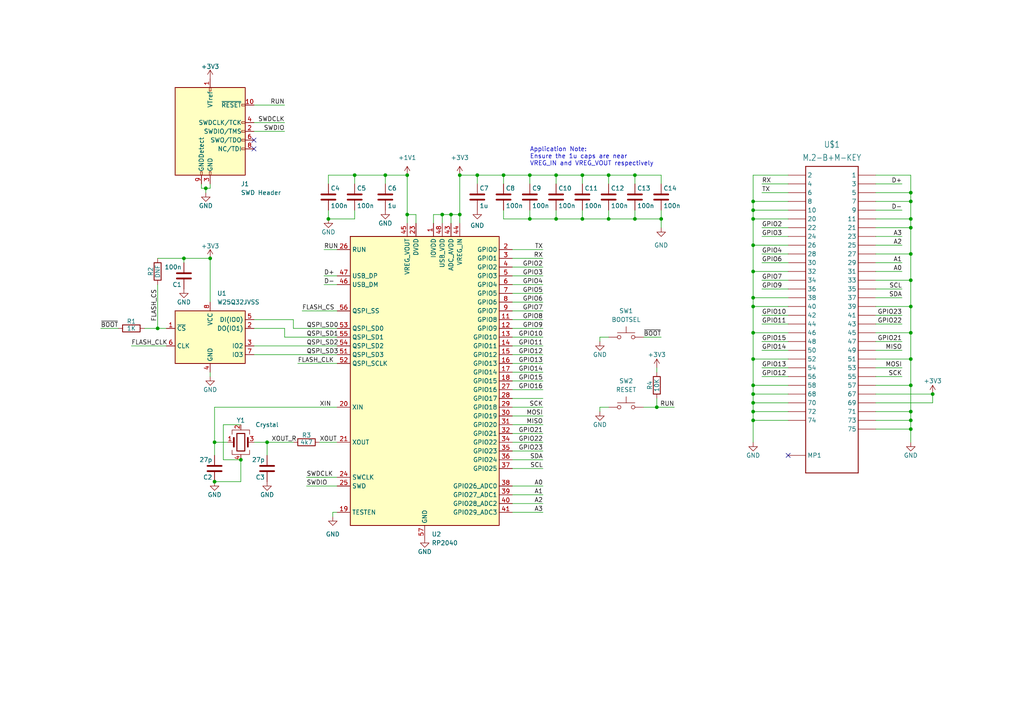
<source format=kicad_sch>
(kicad_sch (version 20230121) (generator eeschema)
  (paper "A4")
  (lib_symbols
    (symbol "Connector:Conn_ARM_JTAG_SWD_10" (pin_names (offset 1.016))
      (property "Reference" "J" (at -2.54 16.51 0))
      (property "Value" "Conn_ARM_JTAG_SWD_10" (at -2.54 13.97 0))
      (symbol "Conn_ARM_JTAG_SWD_10_0_1"
        (rectangle (start -10.16 12.7) (end 10.16 -12.7) (stroke (width 0.254)) (fill (type background)))
        (rectangle (start -2.794 -12.7) (end -2.286 -11.684))
        (rectangle (start -0.254 -12.7) (end 0.254 -11.684))
        (rectangle (start -0.254 12.7) (end 0.254 11.684))
        (rectangle (start 9.144 2.286) (end 10.16 2.794))
        (rectangle (start 10.16 -2.794) (end 9.144 -2.286))
        (rectangle (start 10.16 -0.254) (end 9.144 0.254))
        (rectangle (start 10.16 7.874) (end 9.144 7.366))
      )
      (symbol "Conn_ARM_JTAG_SWD_10_1_1"
        (rectangle (start 9.144 -5.334) (end 10.16 -4.826))
        (pin power_in line (at 0 15.24 270) (length 2.54) (name "VTref") (number "1"))
        (pin open_collector line (at 12.7 7.62 180) (length 2.54) (name "~{RESET}") (number "10"))
        (pin bidirectional line (at 12.7 0 180) (length 2.54) (name "SWDIO/TMS") (number "2"))
        (pin power_in line (at 0 -15.24 90) (length 2.54) (name "GND") (number "3"))
        (pin output line (at 12.7 2.54 180) (length 2.54) (name "SWDCLK/TCK") (number "4"))
        (pin passive line (at 0 -15.24 90) (length 2.54) hide (name "GND") (number "5"))
        (pin input line (at 12.7 -2.54 180) (length 2.54) (name "SWO/TDO") (number "6"))
        (pin no_connect line (at -10.16 0 0) (length 2.54) hide (name "KEY") (number "7"))
        (pin output line (at 12.7 -5.08 180) (length 2.54) (name "NC/TDI") (number "8"))
        (pin passive line (at -2.54 -15.24 90) (length 2.54) (name "GNDDetect") (number "9"))
      )
    )
    (symbol "Device:C" (pin_numbers hide) (pin_names (offset 0.254))
      (property "Reference" "C" (at 0.635 2.54 0))
      (property "Value" "C" (at 0.635 -2.54 0))
      (symbol "C_0_1"
        (polyline (pts (xy -2.032 -0.762) (xy 2.032 -0.762)) (stroke (width 0.508)))
        (polyline (pts (xy -2.032 0.762) (xy 2.032 0.762)) (stroke (width 0.508)))
      )
      (symbol "C_1_1"
        (pin passive line (at 0 3.81 270) (length 2.794) (name "~") (number "1"))
        (pin passive line (at 0 -3.81 90) (length 2.794) (name "~") (number "2"))
      )
    )
    (symbol "Device:Crystal_GND24" (pin_names (offset 1.016) hide)
      (property "Reference" "Y" (at 3.175 5.08 0))
      (property "Value" "Crystal_GND24" (at 3.175 3.175 0))
      (symbol "Crystal_GND24_0_1"
        (rectangle (start -1.143 2.54) (end 1.143 -2.54) (stroke (width 0.3048)))
        (polyline (pts (xy -2.54 0) (xy -2.032 0)))
        (polyline (pts (xy -2.032 -1.27) (xy -2.032 1.27)) (stroke (width 0.508)))
        (polyline (pts (xy 0 -3.81) (xy 0 -3.556)))
        (polyline (pts (xy 0 3.556) (xy 0 3.81)))
        (polyline (pts (xy 2.032 -1.27) (xy 2.032 1.27)) (stroke (width 0.508)))
        (polyline (pts (xy 2.032 0) (xy 2.54 0)))
        (polyline (pts (xy -2.54 -2.286) (xy -2.54 -3.556) (xy 2.54 -3.556) (xy 2.54 -2.286)))
        (polyline (pts (xy -2.54 2.286) (xy -2.54 3.556) (xy 2.54 3.556) (xy 2.54 2.286)))
      )
      (symbol "Crystal_GND24_1_1"
        (pin passive line (at -3.81 0 0) (length 1.27) (name "1") (number "1"))
        (pin passive line (at 0 5.08 270) (length 1.27) (name "2") (number "2"))
        (pin passive line (at 3.81 0 180) (length 1.27) (name "3") (number "3"))
        (pin passive line (at 0 -5.08 90) (length 1.27) (name "4") (number "4"))
      )
    )
    (symbol "Device:R" (pin_numbers hide) (pin_names (offset 0))
      (property "Reference" "R" (at 2.032 0 90))
      (property "Value" "R" (at 0 0 90))
      (symbol "R_0_1"
        (rectangle (start -1.016 -2.54) (end 1.016 2.54) (stroke (width 0.254)))
      )
      (symbol "R_1_1"
        (pin passive line (at 0 3.81 270) (length 1.27) (name "~") (number "1"))
        (pin passive line (at 0 -3.81 90) (length 1.27) (name "~") (number "2"))
      )
    )
    (symbol "M.2-Templates-eagle-import:M.2-B+M-KEY"
      (property "Value" "M.2-B+M-KEY" (at 8.89 93.98 0))
      (symbol "M.2-B+M-KEY_1_0"
        (polyline (pts (xy 0 0) (xy 0 88.9)) (stroke (width 0.254)))
        (polyline (pts (xy 0 0) (xy 15.24 0)) (stroke (width 0.254)))
        (polyline (pts (xy 15.24 88.9) (xy 0 88.9)) (stroke (width 0.254)))
        (polyline (pts (xy 15.24 88.9) (xy 15.24 0)) (stroke (width 0.254)))
        (pin bidirectional line (at -5.08 5.08 0) (length 5.08) (name "MP1") (number "MOUNTING-HOLE"))
        (pin bidirectional line (at 20.32 86.36 180) (length 5.08) (name "1") (number "P$1"))
        (pin bidirectional line (at -5.08 76.2 0) (length 5.08) (name "10") (number "P$10"))
        (pin bidirectional line (at 20.32 73.66 180) (length 5.08) (name "11") (number "P$11"))
        (pin bidirectional line (at -5.08 86.36 0) (length 5.08) (name "2") (number "P$2"))
        (pin bidirectional line (at -5.08 73.66 0) (length 5.08) (name "20") (number "P$20"))
        (pin bidirectional line (at 20.32 71.12 180) (length 5.08) (name "21") (number "P$21"))
        (pin bidirectional line (at -5.08 71.12 0) (length 5.08) (name "22") (number "P$22"))
        (pin bidirectional line (at 20.32 68.58 180) (length 5.08) (name "23") (number "P$23"))
        (pin bidirectional line (at -5.08 68.58 0) (length 5.08) (name "24") (number "P$24"))
        (pin bidirectional line (at 20.32 66.04 180) (length 5.08) (name "25") (number "P$25"))
        (pin bidirectional line (at -5.08 66.04 0) (length 5.08) (name "26") (number "P$26"))
        (pin bidirectional line (at 20.32 63.5 180) (length 5.08) (name "27") (number "P$27"))
        (pin bidirectional line (at -5.08 63.5 0) (length 5.08) (name "28") (number "P$28"))
        (pin bidirectional line (at 20.32 60.96 180) (length 5.08) (name "29") (number "P$29"))
        (pin bidirectional line (at 20.32 83.82 180) (length 5.08) (name "3") (number "P$3"))
        (pin bidirectional line (at -5.08 60.96 0) (length 5.08) (name "30") (number "P$30"))
        (pin bidirectional line (at 20.32 58.42 180) (length 5.08) (name "31") (number "P$31"))
        (pin bidirectional line (at -5.08 58.42 0) (length 5.08) (name "32") (number "P$32"))
        (pin bidirectional line (at 20.32 55.88 180) (length 5.08) (name "33") (number "P$33"))
        (pin bidirectional line (at -5.08 55.88 0) (length 5.08) (name "34") (number "P$34"))
        (pin bidirectional line (at 20.32 53.34 180) (length 5.08) (name "35") (number "P$35"))
        (pin bidirectional line (at -5.08 53.34 0) (length 5.08) (name "36") (number "P$36"))
        (pin bidirectional line (at 20.32 50.8 180) (length 5.08) (name "37") (number "P$37"))
        (pin bidirectional line (at -5.08 50.8 0) (length 5.08) (name "38") (number "P$38"))
        (pin bidirectional line (at 20.32 48.26 180) (length 5.08) (name "39") (number "P$39"))
        (pin bidirectional line (at -5.08 83.82 0) (length 5.08) (name "4") (number "P$4"))
        (pin bidirectional line (at -5.08 48.26 0) (length 5.08) (name "40") (number "P$40"))
        (pin bidirectional line (at 20.32 45.72 180) (length 5.08) (name "41") (number "P$41"))
        (pin bidirectional line (at -5.08 45.72 0) (length 5.08) (name "42") (number "P$42"))
        (pin bidirectional line (at 20.32 43.18 180) (length 5.08) (name "43") (number "P$43"))
        (pin bidirectional line (at -5.08 43.18 0) (length 5.08) (name "44") (number "P$44"))
        (pin bidirectional line (at 20.32 40.64 180) (length 5.08) (name "45") (number "P$45"))
        (pin bidirectional line (at -5.08 40.64 0) (length 5.08) (name "46") (number "P$46"))
        (pin bidirectional line (at 20.32 38.1 180) (length 5.08) (name "47") (number "P$47"))
        (pin bidirectional line (at -5.08 38.1 0) (length 5.08) (name "48") (number "P$48"))
        (pin bidirectional line (at 20.32 35.56 180) (length 5.08) (name "49") (number "P$49"))
        (pin bidirectional line (at 20.32 81.28 180) (length 5.08) (name "5") (number "P$5"))
        (pin bidirectional line (at -5.08 35.56 0) (length 5.08) (name "50") (number "P$50"))
        (pin bidirectional line (at 20.32 33.02 180) (length 5.08) (name "51") (number "P$51"))
        (pin bidirectional line (at -5.08 33.02 0) (length 5.08) (name "52") (number "P$52"))
        (pin bidirectional line (at 20.32 30.48 180) (length 5.08) (name "53") (number "P$53"))
        (pin bidirectional line (at -5.08 30.48 0) (length 5.08) (name "54") (number "P$54"))
        (pin bidirectional line (at 20.32 27.94 180) (length 5.08) (name "55") (number "P$55"))
        (pin bidirectional line (at -5.08 27.94 0) (length 5.08) (name "56") (number "P$56"))
        (pin bidirectional line (at 20.32 25.4 180) (length 5.08) (name "57") (number "P$57"))
        (pin bidirectional line (at -5.08 25.4 0) (length 5.08) (name "58") (number "P$58"))
        (pin bidirectional line (at -5.08 81.28 0) (length 5.08) (name "6") (number "P$6"))
        (pin bidirectional line (at 20.32 22.86 180) (length 5.08) (name "67") (number "P$67"))
        (pin bidirectional line (at -5.08 22.86 0) (length 5.08) (name "68") (number "P$68"))
        (pin bidirectional line (at 20.32 20.32 180) (length 5.08) (name "69") (number "P$69"))
        (pin bidirectional line (at 20.32 78.74 180) (length 5.08) (name "7") (number "P$7"))
        (pin bidirectional line (at -5.08 20.32 0) (length 5.08) (name "70") (number "P$70"))
        (pin bidirectional line (at 20.32 17.78 180) (length 5.08) (name "71") (number "P$71"))
        (pin bidirectional line (at -5.08 17.78 0) (length 5.08) (name "72") (number "P$72"))
        (pin bidirectional line (at 20.32 15.24 180) (length 5.08) (name "73") (number "P$73"))
        (pin bidirectional line (at -5.08 15.24 0) (length 5.08) (name "74") (number "P$74"))
        (pin bidirectional line (at 20.32 12.7 180) (length 5.08) (name "75") (number "P$75"))
        (pin bidirectional line (at -5.08 78.74 0) (length 5.08) (name "8") (number "P$8"))
        (pin bidirectional line (at 20.32 76.2 180) (length 5.08) (name "9") (number "P$9"))
      )
    )
    (symbol "MCU_RaspberryPi:RP2040"
      (property "Reference" "U" (at 17.78 45.72 0))
      (property "Value" "RP2040" (at 17.78 43.18 0))
      (symbol "RP2040_0_1"
        (rectangle (start -21.59 41.91) (end 21.59 -41.91) (stroke (width 0.254)) (fill (type background)))
      )
      (symbol "RP2040_1_1"
        (pin power_in line (at 2.54 45.72 270) (length 3.81) (name "IOVDD") (number "1"))
        (pin passive line (at 2.54 45.72 270) (length 3.81) hide (name "IOVDD") (number "10"))
        (pin bidirectional line (at 25.4 17.78 180) (length 3.81) (name "GPIO8") (number "11"))
        (pin bidirectional line (at 25.4 15.24 180) (length 3.81) (name "GPIO9") (number "12"))
        (pin bidirectional line (at 25.4 12.7 180) (length 3.81) (name "GPIO10") (number "13"))
        (pin bidirectional line (at 25.4 10.16 180) (length 3.81) (name "GPIO11") (number "14"))
        (pin bidirectional line (at 25.4 7.62 180) (length 3.81) (name "GPIO12") (number "15"))
        (pin bidirectional line (at 25.4 5.08 180) (length 3.81) (name "GPIO13") (number "16"))
        (pin bidirectional line (at 25.4 2.54 180) (length 3.81) (name "GPIO14") (number "17"))
        (pin bidirectional line (at 25.4 0 180) (length 3.81) (name "GPIO15") (number "18"))
        (pin input line (at -25.4 -38.1 0) (length 3.81) (name "TESTEN") (number "19"))
        (pin bidirectional line (at 25.4 38.1 180) (length 3.81) (name "GPIO0") (number "2"))
        (pin input line (at -25.4 -7.62 0) (length 3.81) (name "XIN") (number "20"))
        (pin passive line (at -25.4 -17.78 0) (length 3.81) (name "XOUT") (number "21"))
        (pin passive line (at 2.54 45.72 270) (length 3.81) hide (name "IOVDD") (number "22"))
        (pin power_in line (at -2.54 45.72 270) (length 3.81) (name "DVDD") (number "23"))
        (pin output line (at -25.4 -27.94 0) (length 3.81) (name "SWCLK") (number "24"))
        (pin bidirectional line (at -25.4 -30.48 0) (length 3.81) (name "SWD") (number "25"))
        (pin input line (at -25.4 38.1 0) (length 3.81) (name "RUN") (number "26"))
        (pin bidirectional line (at 25.4 -2.54 180) (length 3.81) (name "GPIO16") (number "27"))
        (pin bidirectional line (at 25.4 -5.08 180) (length 3.81) (name "GPIO17") (number "28"))
        (pin bidirectional line (at 25.4 -7.62 180) (length 3.81) (name "GPIO18") (number "29"))
        (pin bidirectional line (at 25.4 35.56 180) (length 3.81) (name "GPIO1") (number "3"))
        (pin bidirectional line (at 25.4 -10.16 180) (length 3.81) (name "GPIO19") (number "30"))
        (pin bidirectional line (at 25.4 -12.7 180) (length 3.81) (name "GPIO20") (number "31"))
        (pin bidirectional line (at 25.4 -15.24 180) (length 3.81) (name "GPIO21") (number "32"))
        (pin passive line (at 2.54 45.72 270) (length 3.81) hide (name "IOVDD") (number "33"))
        (pin bidirectional line (at 25.4 -17.78 180) (length 3.81) (name "GPIO22") (number "34"))
        (pin bidirectional line (at 25.4 -20.32 180) (length 3.81) (name "GPIO23") (number "35"))
        (pin bidirectional line (at 25.4 -22.86 180) (length 3.81) (name "GPIO24") (number "36"))
        (pin bidirectional line (at 25.4 -25.4 180) (length 3.81) (name "GPIO25") (number "37"))
        (pin bidirectional line (at 25.4 -30.48 180) (length 3.81) (name "GPIO26_ADC0") (number "38"))
        (pin bidirectional line (at 25.4 -33.02 180) (length 3.81) (name "GPIO27_ADC1") (number "39"))
        (pin bidirectional line (at 25.4 33.02 180) (length 3.81) (name "GPIO2") (number "4"))
        (pin bidirectional line (at 25.4 -35.56 180) (length 3.81) (name "GPIO28_ADC2") (number "40"))
        (pin bidirectional line (at 25.4 -38.1 180) (length 3.81) (name "GPIO29_ADC3") (number "41"))
        (pin passive line (at 2.54 45.72 270) (length 3.81) hide (name "IOVDD") (number "42"))
        (pin power_in line (at 7.62 45.72 270) (length 3.81) (name "ADC_AVDD") (number "43"))
        (pin power_in line (at 10.16 45.72 270) (length 3.81) (name "VREG_IN") (number "44"))
        (pin power_out line (at -5.08 45.72 270) (length 3.81) (name "VREG_VOUT") (number "45"))
        (pin bidirectional line (at -25.4 27.94 0) (length 3.81) (name "USB_DM") (number "46"))
        (pin bidirectional line (at -25.4 30.48 0) (length 3.81) (name "USB_DP") (number "47"))
        (pin power_in line (at 5.08 45.72 270) (length 3.81) (name "USB_VDD") (number "48"))
        (pin passive line (at 2.54 45.72 270) (length 3.81) hide (name "IOVDD") (number "49"))
        (pin bidirectional line (at 25.4 30.48 180) (length 3.81) (name "GPIO3") (number "5"))
        (pin passive line (at -2.54 45.72 270) (length 3.81) hide (name "DVDD") (number "50"))
        (pin bidirectional line (at -25.4 7.62 0) (length 3.81) (name "QSPI_SD3") (number "51"))
        (pin output line (at -25.4 5.08 0) (length 3.81) (name "QSPI_SCLK") (number "52"))
        (pin bidirectional line (at -25.4 15.24 0) (length 3.81) (name "QSPI_SD0") (number "53"))
        (pin bidirectional line (at -25.4 10.16 0) (length 3.81) (name "QSPI_SD2") (number "54"))
        (pin bidirectional line (at -25.4 12.7 0) (length 3.81) (name "QSPI_SD1") (number "55"))
        (pin bidirectional line (at -25.4 20.32 0) (length 3.81) (name "QSPI_SS") (number "56"))
        (pin power_in line (at 0 -45.72 90) (length 3.81) (name "GND") (number "57"))
        (pin bidirectional line (at 25.4 27.94 180) (length 3.81) (name "GPIO4") (number "6"))
        (pin bidirectional line (at 25.4 25.4 180) (length 3.81) (name "GPIO5") (number "7"))
        (pin bidirectional line (at 25.4 22.86 180) (length 3.81) (name "GPIO6") (number "8"))
        (pin bidirectional line (at 25.4 20.32 180) (length 3.81) (name "GPIO7") (number "9"))
      )
    )
    (symbol "Memory_Flash:W25Q32JVSS"
      (property "Reference" "U" (at -8.89 8.89 0))
      (property "Value" "W25Q32JVSS" (at 7.62 8.89 0))
      (symbol "W25Q32JVSS_0_1"
        (rectangle (start -10.16 7.62) (end 10.16 -7.62) (stroke (width 0.254)) (fill (type background)))
      )
      (symbol "W25Q32JVSS_1_1"
        (pin input line (at -12.7 2.54 0) (length 2.54) (name "~{CS}") (number "1"))
        (pin bidirectional line (at 12.7 2.54 180) (length 2.54) (name "DO(IO1)") (number "2"))
        (pin bidirectional line (at 12.7 -2.54 180) (length 2.54) (name "IO2") (number "3"))
        (pin power_in line (at 0 -10.16 90) (length 2.54) (name "GND") (number "4"))
        (pin bidirectional line (at 12.7 5.08 180) (length 2.54) (name "DI(IO0)") (number "5"))
        (pin input line (at -12.7 -2.54 0) (length 2.54) (name "CLK") (number "6"))
        (pin bidirectional line (at 12.7 -5.08 180) (length 2.54) (name "IO3") (number "7"))
        (pin power_in line (at 0 10.16 270) (length 2.54) (name "VCC") (number "8"))
      )
    )
    (symbol "Switch:SW_Push" (pin_numbers hide) (pin_names (offset 1.016) hide)
      (property "Reference" "SW" (at 1.27 2.54 0))
      (property "Value" "SW_Push" (at 0 -1.524 0))
      (symbol "SW_Push_0_1"
        (circle (center -2.032 0) (radius 0.508))
        (polyline (pts (xy 0 1.27) (xy 0 3.048)))
        (polyline (pts (xy 2.54 1.27) (xy -2.54 1.27)))
        (circle (center 2.032 0) (radius 0.508))
        (pin passive line (at -5.08 0 0) (length 2.54) (name "1") (number "1"))
        (pin passive line (at 5.08 0 180) (length 2.54) (name "2") (number "2"))
      )
    )
    (symbol "power:+1V1" (power) (pin_names (offset 0))
      (property "Value" "+1V1" (at 0 3.556 0))
      (symbol "+1V1_0_1"
        (polyline (pts (xy -0.762 1.27) (xy 0 2.54)))
        (polyline (pts (xy 0 0) (xy 0 2.54)))
        (polyline (pts (xy 0 2.54) (xy 0.762 1.27)))
      )
      (symbol "+1V1_1_1"
        (pin power_in line (at 0 0 90) (length 0) hide (name "+1V1") (number "1"))
      )
    )
    (symbol "power:+3V3" (power) (pin_names (offset 0))
      (property "Value" "+3V3" (at 0 3.556 0))
      (symbol "+3V3_0_1"
        (polyline (pts (xy -0.762 1.27) (xy 0 2.54)))
        (polyline (pts (xy 0 0) (xy 0 2.54)))
        (polyline (pts (xy 0 2.54) (xy 0.762 1.27)))
      )
      (symbol "+3V3_1_1"
        (pin power_in line (at 0 0 90) (length 0) hide (name "+3V3") (number "1"))
      )
    )
    (symbol "power:GND" (power) (pin_names (offset 0))
      (property "Value" "GND" (at 0 -3.81 0))
      (symbol "GND_0_1"
        (polyline (pts (xy 0 0) (xy 0 -1.27) (xy 1.27 -1.27) (xy 0 -2.54) (xy -1.27 -1.27) (xy 0 -1.27)))
      )
      (symbol "GND_1_1"
        (pin power_in line (at 0 0 270) (length 0) hide (name "GND") (number "1"))
      )
    )
  )
  (junction (at 146.05 50.8))
  (junction (at 118.11 50.8))
  (junction (at 264.16 111.76))
  (junction (at 218.44 88.9))
  (junction (at 218.44 116.84))
  (junction (at 62.23 128.27))
  (junction (at 264.16 66.04))
  (junction (at 176.53 50.8))
  (junction (at 218.44 96.52))
  (junction (at 264.16 55.88))
  (junction (at 77.47 128.27))
  (junction (at 264.16 124.46))
  (junction (at 153.67 63.5))
  (junction (at 264.16 81.28))
  (junction (at 218.44 58.42))
  (junction (at 133.35 62.23))
  (junction (at 218.44 104.14))
  (junction (at 184.15 50.8))
  (junction (at 218.44 78.74))
  (junction (at 69.85 133.35))
  (junction (at 190.5 118.11))
  (junction (at 168.91 50.8))
  (junction (at 153.67 50.8))
  (junction (at 218.44 60.96))
  (junction (at 218.44 63.5))
  (junction (at 138.43 50.8))
  (junction (at 59.69 54.61))
  (junction (at 270.51 114.3))
  (junction (at 128.27 62.23))
  (junction (at 184.15 63.5))
  (junction (at 130.81 62.23))
  (junction (at 60.96 74.93))
  (junction (at 191.77 63.5))
  (junction (at 218.44 111.76))
  (junction (at 53.34 74.93))
  (junction (at 264.16 96.52))
  (junction (at 161.29 50.8))
  (junction (at 218.44 114.3))
  (junction (at 168.91 63.5))
  (junction (at 264.16 119.38))
  (junction (at 264.16 63.5))
  (junction (at 264.16 121.92))
  (junction (at 102.87 50.8))
  (junction (at 218.44 86.36))
  (junction (at 45.72 95.25))
  (junction (at 111.76 50.8))
  (junction (at 118.11 62.23))
  (junction (at 264.16 58.42))
  (junction (at 161.29 63.5))
  (junction (at 62.23 139.7))
  (junction (at 218.44 121.92))
  (junction (at 264.16 73.66))
  (junction (at 218.44 119.38))
  (junction (at 264.16 104.14))
  (junction (at 176.53 63.5))
  (junction (at 218.44 71.12))
  (junction (at 133.35 50.8))
  (junction (at 95.25 63.5))
  (junction (at 264.16 88.9))
  (no_connect (at 228.6 132.08))
  (no_connect (at 73.66 40.64))
  (no_connect (at 73.66 43.18))
  (wire (pts (xy 218.44 116.84) (xy 218.44 119.38)))
  (wire (pts (xy 220.98 73.66) (xy 228.6 73.66)))
  (wire (pts (xy 95.25 60.96) (xy 95.25 63.5)))
  (wire (pts (xy 176.53 50.8) (xy 184.15 50.8)))
  (wire (pts (xy 45.72 74.93) (xy 53.34 74.93)))
  (wire (pts (xy 148.59 140.97) (xy 157.48 140.97)))
  (wire (pts (xy 53.34 74.93) (xy 53.34 76.2)))
  (wire (pts (xy 270.51 116.84) (xy 270.51 114.3)))
  (wire (pts (xy 148.59 130.81) (xy 157.48 130.81)))
  (wire (pts (xy 186.69 118.11) (xy 190.5 118.11)))
  (wire (pts (xy 228.6 88.9) (xy 218.44 88.9)))
  (wire (pts (xy 254 66.04) (xy 264.16 66.04)))
  (wire (pts (xy 184.15 60.96) (xy 184.15 63.5)))
  (wire (pts (xy 218.44 116.84) (xy 228.6 116.84)))
  (wire (pts (xy 148.59 87.63) (xy 157.48 87.63)))
  (wire (pts (xy 161.29 63.5) (xy 168.91 63.5)))
  (wire (pts (xy 264.16 124.46) (xy 264.16 128.27)))
  (wire (pts (xy 228.6 91.44) (xy 220.98 91.44)))
  (wire (pts (xy 148.59 110.49) (xy 157.48 110.49)))
  (wire (pts (xy 190.5 118.11) (xy 195.58 118.11)))
  (wire (pts (xy 128.27 62.23) (xy 130.81 62.23)))
  (wire (pts (xy 60.96 74.93) (xy 60.96 87.63)))
  (wire (pts (xy 59.69 54.61) (xy 58.42 54.61)))
  (wire (pts (xy 148.59 107.95) (xy 157.48 107.95)))
  (wire (pts (xy 73.66 92.71) (xy 85.09 92.71)))
  (wire (pts (xy 176.53 50.8) (xy 176.53 53.34)))
  (wire (pts (xy 254 71.12) (xy 261.62 71.12)))
  (wire (pts (xy 264.16 88.9) (xy 264.16 81.28)))
  (wire (pts (xy 218.44 58.42) (xy 228.6 58.42)))
  (wire (pts (xy 60.96 74.93) (xy 53.34 74.93)))
  (wire (pts (xy 218.44 86.36) (xy 218.44 88.9)))
  (wire (pts (xy 173.99 119.38) (xy 173.99 118.11)))
  (wire (pts (xy 148.59 115.57) (xy 157.48 115.57)))
  (wire (pts (xy 148.59 82.55) (xy 157.48 82.55)))
  (wire (pts (xy 254 114.3) (xy 270.51 114.3)))
  (wire (pts (xy 228.6 93.98) (xy 220.98 93.98)))
  (wire (pts (xy 264.16 111.76) (xy 264.16 119.38)))
  (wire (pts (xy 168.91 50.8) (xy 176.53 50.8)))
  (wire (pts (xy 191.77 50.8) (xy 191.77 53.34)))
  (wire (pts (xy 254 99.06) (xy 261.62 99.06)))
  (wire (pts (xy 191.77 60.96) (xy 191.77 63.5)))
  (wire (pts (xy 218.44 60.96) (xy 218.44 63.5)))
  (wire (pts (xy 218.44 50.8) (xy 228.6 50.8)))
  (wire (pts (xy 148.59 133.35) (xy 157.48 133.35)))
  (wire (pts (xy 218.44 121.92) (xy 218.44 128.27)))
  (wire (pts (xy 64.77 123.19) (xy 64.77 133.35)))
  (wire (pts (xy 254 88.9) (xy 264.16 88.9)))
  (wire (pts (xy 148.59 135.89) (xy 157.48 135.89)))
  (wire (pts (xy 148.59 80.01) (xy 157.48 80.01)))
  (wire (pts (xy 148.59 85.09) (xy 157.48 85.09)))
  (wire (pts (xy 146.05 63.5) (xy 153.67 63.5)))
  (wire (pts (xy 254 116.84) (xy 270.51 116.84)))
  (wire (pts (xy 254 93.98) (xy 261.62 93.98)))
  (wire (pts (xy 148.59 128.27) (xy 157.48 128.27)))
  (wire (pts (xy 62.23 128.27) (xy 62.23 132.08)))
  (wire (pts (xy 173.99 99.06) (xy 173.99 97.79)))
  (wire (pts (xy 254 101.6) (xy 261.62 101.6)))
  (wire (pts (xy 73.66 35.56) (xy 82.55 35.56)))
  (wire (pts (xy 148.59 77.47) (xy 157.48 77.47)))
  (wire (pts (xy 111.76 50.8) (xy 118.11 50.8)))
  (wire (pts (xy 254 63.5) (xy 264.16 63.5)))
  (wire (pts (xy 148.59 72.39) (xy 157.48 72.39)))
  (wire (pts (xy 153.67 50.8) (xy 153.67 53.34)))
  (wire (pts (xy 130.81 62.23) (xy 130.81 64.77)))
  (wire (pts (xy 60.96 107.95) (xy 60.96 109.22)))
  (wire (pts (xy 228.6 83.82) (xy 220.98 83.82)))
  (wire (pts (xy 62.23 118.11) (xy 62.23 128.27)))
  (wire (pts (xy 254 53.34) (xy 261.62 53.34)))
  (wire (pts (xy 146.05 53.34) (xy 146.05 50.8)))
  (wire (pts (xy 191.77 63.5) (xy 191.77 66.04)))
  (wire (pts (xy 264.16 63.5) (xy 264.16 66.04)))
  (wire (pts (xy 133.35 62.23) (xy 133.35 64.77)))
  (wire (pts (xy 120.65 62.23) (xy 120.65 64.77)))
  (wire (pts (xy 133.35 50.8) (xy 138.43 50.8)))
  (wire (pts (xy 218.44 104.14) (xy 218.44 96.52)))
  (wire (pts (xy 148.59 74.93) (xy 157.48 74.93)))
  (wire (pts (xy 45.72 95.25) (xy 48.26 95.25)))
  (wire (pts (xy 184.15 50.8) (xy 184.15 53.34)))
  (wire (pts (xy 264.16 81.28) (xy 264.16 73.66)))
  (wire (pts (xy 218.44 50.8) (xy 218.44 58.42)))
  (wire (pts (xy 95.25 63.5) (xy 102.87 63.5)))
  (wire (pts (xy 264.16 50.8) (xy 264.16 55.88)))
  (wire (pts (xy 254 91.44) (xy 261.62 91.44)))
  (wire (pts (xy 88.9 138.43) (xy 97.79 138.43)))
  (wire (pts (xy 85.09 92.71) (xy 85.09 95.25)))
  (wire (pts (xy 86.36 105.41) (xy 97.79 105.41)))
  (wire (pts (xy 254 121.92) (xy 264.16 121.92)))
  (wire (pts (xy 228.6 104.14) (xy 218.44 104.14)))
  (wire (pts (xy 218.44 119.38) (xy 218.44 121.92)))
  (wire (pts (xy 58.42 54.61) (xy 58.42 53.34)))
  (wire (pts (xy 218.44 78.74) (xy 228.6 78.74)))
  (wire (pts (xy 93.98 80.01) (xy 97.79 80.01)))
  (wire (pts (xy 173.99 97.79) (xy 176.53 97.79)))
  (wire (pts (xy 77.47 128.27) (xy 77.47 132.08)))
  (wire (pts (xy 228.6 76.2) (xy 220.98 76.2)))
  (wire (pts (xy 146.05 50.8) (xy 153.67 50.8)))
  (wire (pts (xy 62.23 139.7) (xy 69.85 139.7)))
  (wire (pts (xy 264.16 73.66) (xy 264.16 66.04)))
  (wire (pts (xy 102.87 50.8) (xy 102.87 53.34)))
  (wire (pts (xy 264.16 96.52) (xy 264.16 88.9)))
  (wire (pts (xy 148.59 97.79) (xy 157.48 97.79)))
  (wire (pts (xy 148.59 125.73) (xy 157.48 125.73)))
  (wire (pts (xy 148.59 100.33) (xy 157.48 100.33)))
  (wire (pts (xy 254 124.46) (xy 264.16 124.46)))
  (wire (pts (xy 218.44 63.5) (xy 218.44 71.12)))
  (wire (pts (xy 218.44 111.76) (xy 218.44 104.14)))
  (wire (pts (xy 73.66 38.1) (xy 82.55 38.1)))
  (wire (pts (xy 148.59 113.03) (xy 157.48 113.03)))
  (wire (pts (xy 168.91 60.96) (xy 168.91 63.5)))
  (wire (pts (xy 264.16 121.92) (xy 264.16 124.46)))
  (wire (pts (xy 264.16 104.14) (xy 264.16 96.52)))
  (wire (pts (xy 186.69 97.79) (xy 191.77 97.79)))
  (wire (pts (xy 111.76 50.8) (xy 111.76 53.34)))
  (wire (pts (xy 254 104.14) (xy 264.16 104.14)))
  (wire (pts (xy 254 76.2) (xy 261.62 76.2)))
  (wire (pts (xy 95.25 50.8) (xy 102.87 50.8)))
  (wire (pts (xy 64.77 123.19) (xy 69.85 123.19)))
  (wire (pts (xy 97.79 118.11) (xy 62.23 118.11)))
  (wire (pts (xy 254 55.88) (xy 264.16 55.88)))
  (wire (pts (xy 218.44 114.3) (xy 228.6 114.3)))
  (wire (pts (xy 102.87 50.8) (xy 111.76 50.8)))
  (wire (pts (xy 254 106.68) (xy 261.62 106.68)))
  (wire (pts (xy 254 50.8) (xy 264.16 50.8)))
  (wire (pts (xy 95.25 50.8) (xy 95.25 53.34)))
  (wire (pts (xy 264.16 111.76) (xy 264.16 104.14)))
  (wire (pts (xy 254 78.74) (xy 261.62 78.74)))
  (wire (pts (xy 146.05 60.96) (xy 146.05 63.5)))
  (wire (pts (xy 118.11 62.23) (xy 120.65 62.23)))
  (wire (pts (xy 161.29 50.8) (xy 161.29 53.34)))
  (wire (pts (xy 254 60.96) (xy 261.62 60.96)))
  (wire (pts (xy 254 96.52) (xy 264.16 96.52)))
  (wire (pts (xy 218.44 60.96) (xy 228.6 60.96)))
  (wire (pts (xy 254 81.28) (xy 264.16 81.28)))
  (wire (pts (xy 148.59 95.25) (xy 157.48 95.25)))
  (wire (pts (xy 218.44 114.3) (xy 218.44 116.84)))
  (wire (pts (xy 85.09 95.25) (xy 97.79 95.25)))
  (wire (pts (xy 93.98 72.39) (xy 97.79 72.39)))
  (wire (pts (xy 228.6 101.6) (xy 220.98 101.6)))
  (wire (pts (xy 218.44 96.52) (xy 218.44 88.9)))
  (wire (pts (xy 264.16 119.38) (xy 264.16 121.92)))
  (wire (pts (xy 254 58.42) (xy 264.16 58.42)))
  (wire (pts (xy 218.44 78.74) (xy 218.44 86.36)))
  (wire (pts (xy 254 68.58) (xy 261.62 68.58)))
  (wire (pts (xy 96.52 148.59) (xy 97.79 148.59)))
  (wire (pts (xy 64.77 133.35) (xy 69.85 133.35)))
  (wire (pts (xy 92.71 128.27) (xy 97.79 128.27)))
  (wire (pts (xy 87.63 90.17) (xy 97.79 90.17)))
  (wire (pts (xy 45.72 82.55) (xy 45.72 95.25)))
  (wire (pts (xy 264.16 58.42) (xy 264.16 63.5)))
  (wire (pts (xy 254 119.38) (xy 264.16 119.38)))
  (wire (pts (xy 148.59 143.51) (xy 157.48 143.51)))
  (wire (pts (xy 88.9 140.97) (xy 97.79 140.97)))
  (wire (pts (xy 138.43 50.8) (xy 146.05 50.8)))
  (wire (pts (xy 161.29 50.8) (xy 168.91 50.8)))
  (wire (pts (xy 148.59 92.71) (xy 157.48 92.71)))
  (wire (pts (xy 218.44 71.12) (xy 228.6 71.12)))
  (wire (pts (xy 148.59 105.41) (xy 157.48 105.41)))
  (wire (pts (xy 161.29 60.96) (xy 161.29 63.5)))
  (wire (pts (xy 220.98 55.88) (xy 228.6 55.88)))
  (wire (pts (xy 190.5 115.57) (xy 190.5 118.11)))
  (wire (pts (xy 59.69 55.88) (xy 59.69 54.61)))
  (wire (pts (xy 254 73.66) (xy 264.16 73.66)))
  (wire (pts (xy 148.59 148.59) (xy 157.48 148.59)))
  (wire (pts (xy 218.44 58.42) (xy 218.44 60.96)))
  (wire (pts (xy 220.98 81.28) (xy 228.6 81.28)))
  (wire (pts (xy 118.11 64.77) (xy 118.11 62.23)))
  (wire (pts (xy 254 111.76) (xy 264.16 111.76)))
  (wire (pts (xy 228.6 111.76) (xy 218.44 111.76)))
  (wire (pts (xy 176.53 60.96) (xy 176.53 63.5)))
  (wire (pts (xy 73.66 128.27) (xy 77.47 128.27)))
  (wire (pts (xy 173.99 118.11) (xy 176.53 118.11)))
  (wire (pts (xy 264.16 55.88) (xy 264.16 58.42)))
  (wire (pts (xy 73.66 30.48) (xy 82.55 30.48)))
  (wire (pts (xy 148.59 118.11) (xy 157.48 118.11)))
  (wire (pts (xy 176.53 63.5) (xy 184.15 63.5)))
  (wire (pts (xy 218.44 71.12) (xy 218.44 78.74)))
  (wire (pts (xy 138.43 50.8) (xy 138.43 53.34)))
  (wire (pts (xy 220.98 53.34) (xy 228.6 53.34)))
  (wire (pts (xy 148.59 120.65) (xy 157.48 120.65)))
  (wire (pts (xy 220.98 66.04) (xy 228.6 66.04)))
  (wire (pts (xy 184.15 63.5) (xy 191.77 63.5)))
  (wire (pts (xy 218.44 119.38) (xy 228.6 119.38)))
  (wire (pts (xy 218.44 63.5) (xy 228.6 63.5)))
  (wire (pts (xy 254 86.36) (xy 261.62 86.36)))
  (wire (pts (xy 77.47 128.27) (xy 85.09 128.27)))
  (wire (pts (xy 218.44 121.92) (xy 228.6 121.92)))
  (wire (pts (xy 218.44 86.36) (xy 228.6 86.36)))
  (wire (pts (xy 69.85 133.35) (xy 69.85 139.7)))
  (wire (pts (xy 218.44 111.76) (xy 218.44 114.3)))
  (wire (pts (xy 153.67 60.96) (xy 153.67 63.5)))
  (wire (pts (xy 73.66 102.87) (xy 97.79 102.87)))
  (wire (pts (xy 153.67 50.8) (xy 161.29 50.8)))
  (wire (pts (xy 228.6 106.68) (xy 220.98 106.68)))
  (wire (pts (xy 128.27 62.23) (xy 128.27 64.77)))
  (wire (pts (xy 168.91 63.5) (xy 176.53 63.5)))
  (wire (pts (xy 59.69 54.61) (xy 60.96 54.61)))
  (wire (pts (xy 97.79 97.79) (xy 82.55 97.79)))
  (wire (pts (xy 93.98 82.55) (xy 97.79 82.55)))
  (wire (pts (xy 29.21 95.25) (xy 34.29 95.25)))
  (wire (pts (xy 130.81 62.23) (xy 133.35 62.23)))
  (wire (pts (xy 82.55 95.25) (xy 73.66 95.25)))
  (wire (pts (xy 102.87 60.96) (xy 102.87 63.5)))
  (wire (pts (xy 148.59 90.17) (xy 157.48 90.17)))
  (wire (pts (xy 190.5 106.68) (xy 190.5 107.95)))
  (wire (pts (xy 254 109.22) (xy 261.62 109.22)))
  (wire (pts (xy 228.6 96.52) (xy 218.44 96.52)))
  (wire (pts (xy 97.79 100.33) (xy 73.66 100.33)))
  (wire (pts (xy 148.59 123.19) (xy 157.48 123.19)))
  (wire (pts (xy 96.52 149.86) (xy 96.52 148.59)))
  (wire (pts (xy 125.73 62.23) (xy 128.27 62.23)))
  (wire (pts (xy 254 83.82) (xy 261.62 83.82)))
  (wire (pts (xy 118.11 62.23) (xy 118.11 50.8)))
  (wire (pts (xy 133.35 62.23) (xy 133.35 50.8)))
  (wire (pts (xy 228.6 99.06) (xy 220.98 99.06)))
  (wire (pts (xy 82.55 97.79) (xy 82.55 95.25)))
  (wire (pts (xy 184.15 50.8) (xy 191.77 50.8)))
  (wire (pts (xy 62.23 128.27) (xy 66.04 128.27)))
  (wire (pts (xy 41.91 95.25) (xy 45.72 95.25)))
  (wire (pts (xy 148.59 146.05) (xy 157.48 146.05)))
  (wire (pts (xy 168.91 50.8) (xy 168.91 53.34)))
  (wire (pts (xy 153.67 63.5) (xy 161.29 63.5)))
  (wire (pts (xy 60.96 54.61) (xy 60.96 53.34)))
  (wire (pts (xy 125.73 64.77) (xy 125.73 62.23)))
  (wire (pts (xy 228.6 68.58) (xy 220.98 68.58)))
  (wire (pts (xy 148.59 102.87) (xy 157.48 102.87)))
  (wire (pts (xy 48.26 100.33) (xy 38.1 100.33)))
  (wire (pts (xy 228.6 109.22) (xy 220.98 109.22)))
  (text "Application Note:\nEnsure the 1u caps are near \nVREG_IN and VREG_VOUT respectively" (at 153.67 48.26 0) (effects (font (size 1.27 1.27)) (justify left bottom)))
  (label "MISO" (at 261.62 101.6 180))
  (label "MOSI" (at 261.62 106.68 180))
  (label "RUN" (at 195.58 118.11 180))
  (label "GPIO10" (at 157.48 97.79 180))
  (label "GPIO10" (at 220.98 91.44 0))
  (label "~{BOOT}" (at 191.77 97.79 180))
  (label "SDA" (at 261.62 86.36 180))
  (label "GPIO14" (at 220.98 101.6 0))
  (label "GPIO2" (at 157.48 77.47 180))
  (label "A1" (at 261.62 76.2 180))
  (label "FLASH_CLK" (at 38.1 100.33 0))
  (label "GPIO3" (at 157.48 80.01 180))
  (label "A3" (at 157.48 148.59 180))
  (label "GPIO23" (at 157.48 130.81 180))
  (label "TX" (at 157.48 72.39 180))
  (label "GPIO22" (at 157.48 128.27 180))
  (label "FLASH_CS" (at 45.72 83.82 270))
  (label "GPIO8" (at 157.48 92.71 180))
  (label "GPIO14" (at 157.48 107.95 180))
  (label "XOUT" (at 92.71 128.27 0))
  (label "GPIO9" (at 220.98 83.82 0))
  (label "GPIO13" (at 157.48 105.41 180))
  (label "QSPI_SD3" (at 88.9 102.87 0))
  (label "XIN" (at 92.71 118.11 0))
  (label "GPIO7" (at 157.48 90.17 180))
  (label "GPIO4" (at 220.98 73.66 0))
  (label "SWDIO" (at 82.55 38.1 180))
  (label "GPIO2" (at 220.98 66.04 0))
  (label "RUN" (at 82.55 30.48 180))
  (label "A2" (at 261.62 71.12 180))
  (label "D+" (at 93.98 80.01 0))
  (label "FLASH_CLK" (at 86.36 105.41 0))
  (label "D+" (at 261.62 53.34 180))
  (label "GPIO23" (at 261.62 91.44 180))
  (label "GPIO3" (at 220.98 68.58 0))
  (label "GPIO7" (at 220.98 81.28 0))
  (label "SDA" (at 157.48 133.35 180))
  (label "GPIO21" (at 261.62 99.06 180))
  (label "GPIO13" (at 220.98 106.68 0))
  (label "GPIO16" (at 157.48 113.03 180))
  (label "GPIO6" (at 157.48 87.63 180))
  (label "GPIO15" (at 220.98 99.06 0))
  (label "GPIO22" (at 261.62 93.98 180))
  (label "QSPI_SD1" (at 88.9 97.79 0))
  (label "SWDCLK" (at 88.9 138.43 0))
  (label "A1" (at 157.48 143.51 180))
  (label "GPIO6" (at 220.98 76.2 0))
  (label "TX" (at 220.98 55.88 0))
  (label "SCL" (at 261.62 83.82 180))
  (label "A3" (at 261.62 68.58 180))
  (label "~{BOOT}" (at 29.21 95.25 0))
  (label "A0" (at 261.62 78.74 180))
  (label "D-" (at 261.62 60.96 180))
  (label "SCK" (at 261.62 109.22 180))
  (label "RUN" (at 93.98 72.39 0))
  (label "GPIO9" (at 157.48 95.25 180))
  (label "RX" (at 220.98 53.34 0))
  (label "A0" (at 157.48 140.97 180))
  (label "SWDIO" (at 88.9 140.97 0))
  (label "D-" (at 93.98 82.55 0))
  (label "SCL" (at 157.48 135.89 180))
  (label "QSPI_SD0" (at 88.9 95.25 0))
  (label "GPIO5" (at 157.48 85.09 180))
  (label "GPIO12" (at 157.48 102.87 180))
  (label "QSPI_SD2" (at 88.9 100.33 0))
  (label "RX" (at 157.48 74.93 180))
  (label "GPIO21" (at 157.48 125.73 180))
  (label "SWDCLK" (at 82.55 35.56 180))
  (label "A2" (at 157.48 146.05 180))
  (label "MOSI" (at 157.48 120.65 180))
  (label "GPIO11" (at 157.48 100.33 180))
  (label "GPIO4" (at 157.48 82.55 180))
  (label "GPIO11" (at 220.98 93.98 0))
  (label "FLASH_CS" (at 87.63 90.17 0))
  (label "XOUT_R" (at 78.74 128.27 0))
  (label "MISO" (at 157.48 123.19 180))
  (label "GPIO15" (at 157.48 110.49 180))
  (label "GPIO12" (at 220.98 109.22 0))
  (label "SCK" (at 157.48 118.11 180))
  (symbol (lib_id "power:GND") (at 60.96 109.22 0) (unit 1)
    (property "Reference" "#PWR04" (effects hide))
    (property "Value" "GND" (at 60.96 113.03 0))
  )
  (symbol (lib_id "Switch:SW_Push") (at 181.61 118.11 0) (unit 1)
    (property "Reference" "SW2" (at 181.61 110.49 0))
    (property "Value" "RESET" (at 181.61 113.03 0))
    (property "Footprint" "Button_Switch_SMD:SW_Push_1P1T_NO_CK_KMR2" (effects hide))
  )
  (symbol (lib_id "power:GND") (at 53.34 83.82 0) (unit 1)
    (property "Reference" "#PWR02" (effects hide))
    (property "Value" "GND" (at 53.34 87.63 0))
  )
  (symbol (lib_id "Device:C") (at 191.77 57.15 0) (unit 1)
    (property "Reference" "C14" (at 192.405 54.61 0) (effects (justify left)))
    (property "Value" "100n" (at 192.405 59.69 0) (effects (justify left)))
    (property "Footprint" "Capacitor_SMD:C_0402_1005Metric" (effects hide))
  )
  (symbol (lib_id "power:GND") (at 191.77 66.04 0) (unit 1)
    (property "Reference" "#PWR019" (effects hide))
    (property "Value" "GND" (at 191.77 71.12 0))
  )
  (symbol (lib_id "Device:C") (at 176.53 57.15 0) (unit 1)
    (property "Reference" "C12" (at 177.165 54.61 0) (effects (justify left)))
    (property "Value" "100n" (at 177.165 59.69 0) (effects (justify left)))
    (property "Footprint" "Capacitor_SMD:C_0402_1005Metric" (effects hide))
  )
  (symbol (lib_id "power:GND") (at 264.16 128.27 0) (unit 1)
    (property "Reference" "#PWR017" (effects hide))
    (property "Value" "GND" (at 264.16 132.08 0))
  )
  (symbol (lib_id "Device:C") (at 138.43 57.15 0) (unit 1)
    (property "Reference" "C7" (at 139.065 54.61 0) (effects (justify left)))
    (property "Value" "1u" (at 139.065 59.69 0) (effects (justify left)))
    (property "Footprint" "Capacitor_SMD:C_0402_1005Metric" (effects hide))
  )
  (symbol (lib_id "Device:C") (at 184.15 57.15 0) (unit 1)
    (property "Reference" "C13" (at 184.785 54.61 0) (effects (justify left)))
    (property "Value" "100n" (at 184.785 59.69 0) (effects (justify left)))
    (property "Footprint" "Capacitor_SMD:C_0402_1005Metric" (effects hide))
  )
  (symbol (lib_id "Device:C") (at 111.76 57.15 0) (unit 1)
    (property "Reference" "C6" (at 112.395 54.61 0) (effects (justify left)))
    (property "Value" "1u" (at 112.395 59.69 0) (effects (justify left)))
    (property "Footprint" "Capacitor_SMD:C_0402_1005Metric" (effects hide))
  )
  (symbol (lib_id "power:+3V3") (at 60.96 22.86 0) (unit 1)
    (property "Reference" "#PWR016" (effects hide))
    (property "Value" "+3V3" (at 60.96 19.304 0))
  )
  (symbol (lib_id "Memory_Flash:W25Q32JVSS") (at 60.96 97.79 0) (unit 1)
    (property "Reference" "U1" (at 62.9794 85.09 0) (effects (justify left)))
    (property "Value" "W25Q32JVSS" (at 62.9794 87.63 0) (effects (justify left)))
    (property "Footprint" "Package_SO:SOIC-8_5.23x5.23mm_P1.27mm" (effects hide))
    (property "Datasheet" "http://www.winbond.com/resource-files/w25q32jv%20revg%2003272018%20plus.pdf" (effects hide))
  )
  (symbol (lib_id "Device:R") (at 190.5 111.76 0) (mirror y) (unit 1)
    (property "Reference" "R4" (at 188.468 111.76 90))
    (property "Value" "10K" (at 190.5 111.76 90))
    (property "Footprint" "Resistor_SMD:R_0603_1608Metric_Pad0.98x0.95mm_HandSolder" (effects hide))
  )
  (symbol (lib_id "power:GND") (at 77.47 139.7 0) (unit 1)
    (property "Reference" "#PWR06" (effects hide))
    (property "Value" "GND" (at 77.47 143.51 0))
  )
  (symbol (lib_id "power:GND") (at 138.43 60.96 0) (unit 1)
    (property "Reference" "#PWR013" (effects hide))
    (property "Value" "GND" (at 138.43 65.405 0))
  )
  (symbol (lib_id "M.2-Templates-eagle-import:M.2-B+M-KEY") (at 233.68 137.16 0) (unit 1)
    (property "Reference" "U$1" (at 241.3 41.91 0) (effects (font (size 1.778 1.5113))))
    (property "Value" "M.2-B+M-KEY" (at 241.3 45.72 0) (effects (font (size 1.778 1.5113))))
    (property "Footprint" "M.2-Templates:M.2-B+M-KEY" (effects hide))
  )
  (symbol (lib_id "power:GND") (at 59.69 55.88 0) (unit 1)
    (property "Reference" "#PWR01" (effects hide))
    (property "Value" "GND" (at 59.69 59.69 0))
  )
  (symbol (lib_id "power:GND") (at 123.19 156.21 0) (unit 1)
    (property "Reference" "#PWR011" (effects hide))
    (property "Value" "GND" (at 123.19 160.02 0))
  )
  (symbol (lib_id "power:+3V3") (at 270.51 114.3 0) (unit 1)
    (property "Reference" "#PWR021" (effects hide))
    (property "Value" "+3V3" (at 270.51 110.49 0))
  )
  (symbol (lib_id "Device:C") (at 161.29 57.15 0) (unit 1)
    (property "Reference" "C10" (at 161.925 54.61 0) (effects (justify left)))
    (property "Value" "100n" (at 161.925 59.69 0) (effects (justify left)))
    (property "Footprint" "Capacitor_SMD:C_0402_1005Metric" (effects hide))
  )
  (symbol (lib_id "Device:C") (at 62.23 135.89 180) (unit 1)
    (property "Reference" "C2" (at 61.595 138.43 0) (effects (justify left)))
    (property "Value" "27p" (at 61.595 133.35 0) (effects (justify left)))
    (property "Footprint" "Capacitor_SMD:C_0603_1608Metric_Pad1.08x0.95mm_HandSolder" (effects hide))
  )
  (symbol (lib_id "power:+3V3") (at 190.5 106.68 0) (unit 1)
    (property "Reference" "#PWR018" (effects hide))
    (property "Value" "+3V3" (at 190.5 102.87 0))
  )
  (symbol (lib_id "Device:C") (at 53.34 80.01 180) (unit 1)
    (property "Reference" "C1" (at 52.705 82.55 0) (effects (justify left)))
    (property "Value" "100n" (at 52.705 77.47 0) (effects (justify left)))
    (property "Footprint" "Capacitor_SMD:C_0603_1608Metric_Pad1.08x0.95mm_HandSolder" (effects hide))
  )
  (symbol (lib_id "Device:R") (at 45.72 78.74 0) (mirror y) (unit 1)
    (property "Reference" "R2" (at 43.688 78.74 90))
    (property "Value" "DNF" (at 45.72 78.74 90))
    (property "Footprint" "Resistor_SMD:R_0603_1608Metric_Pad0.98x0.95mm_HandSolder" (effects hide))
  )
  (symbol (lib_id "Device:C") (at 95.25 57.15 0) (unit 1)
    (property "Reference" "C4" (at 95.885 54.61 0) (effects (justify left)))
    (property "Value" "100n" (at 95.885 59.69 0) (effects (justify left)))
    (property "Footprint" "Capacitor_SMD:C_0402_1005Metric" (effects hide))
  )
  (symbol (lib_id "MCU_RaspberryPi:RP2040") (at 123.19 110.49 0) (unit 1)
    (property "Reference" "U2" (at 125.2094 154.94 0) (effects (justify left)))
    (property "Value" "RP2040" (at 125.2094 157.48 0) (effects (justify left)))
    (property "Footprint" "Package_DFN_QFN:QFN-56-1EP_7x7mm_P0.4mm_EP3.2x3.2mm" (effects hide))
    (property "Datasheet" "https://datasheets.raspberrypi.com/rp2040/rp2040-datasheet.pdf" (effects hide))
  )
  (symbol (lib_id "Connector:Conn_ARM_JTAG_SWD_10") (at 60.96 38.1 0) (unit 1)
    (property "Reference" "J1" (at 69.85 53.34 0) (effects (justify left)))
    (property "Value" "SWD Header" (at 69.85 55.88 0) (effects (justify left)))
    (property "Footprint" "Connector_PinHeader_1.27mm:PinHeader_2x05_P1.27mm_Vertical_SMD" (effects hide))
    (property "Datasheet" "http://infocenter.arm.com/help/topic/com.arm.doc.ddi0314h/DDI0314H_coresight_components_trm.pdf" (effects hide))
  )
  (symbol (lib_id "Device:R") (at 88.9 128.27 90) (unit 1)
    (property "Reference" "R3" (at 88.9 126.238 90))
    (property "Value" "4k7" (at 88.9 128.27 90))
    (property "Footprint" "Resistor_SMD:R_0603_1608Metric_Pad0.98x0.95mm_HandSolder" (effects hide))
  )
  (symbol (lib_id "power:GND") (at 62.23 139.7 0) (unit 1)
    (property "Reference" "#PWR05" (effects hide))
    (property "Value" "GND" (at 62.23 143.51 0))
  )
  (symbol (lib_id "power:+1V1") (at 118.11 50.8 0) (unit 1)
    (property "Reference" "#PWR010" (effects hide))
    (property "Value" "+1V1" (at 118.11 45.72 0))
  )
  (symbol (lib_id "power:GND") (at 173.99 99.06 0) (unit 1)
    (property "Reference" "#PWR014" (effects hide))
    (property "Value" "GND" (at 173.99 102.87 0))
  )
  (symbol (lib_id "Device:C") (at 153.67 57.15 0) (unit 1)
    (property "Reference" "C9" (at 154.305 54.61 0) (effects (justify left)))
    (property "Value" "100n" (at 154.305 59.69 0) (effects (justify left)))
    (property "Footprint" "Capacitor_SMD:C_0402_1005Metric" (effects hide))
  )
  (symbol (lib_id "Switch:SW_Push") (at 181.61 97.79 0) (unit 1)
    (property "Reference" "SW1" (at 181.61 90.17 0))
    (property "Value" "BOOTSEL" (at 181.61 92.71 0))
    (property "Footprint" "Button_Switch_SMD:SW_Push_1P1T_NO_CK_KMR2" (effects hide))
  )
  (symbol (lib_id "Device:R") (at 38.1 95.25 270) (mirror x) (unit 1)
    (property "Reference" "R1" (at 38.1 93.218 90))
    (property "Value" "1K" (at 38.1 95.25 90))
    (property "Footprint" "Resistor_SMD:R_0603_1608Metric_Pad0.98x0.95mm_HandSolder" (effects hide))
  )
  (symbol (lib_id "power:GND") (at 173.99 119.38 0) (unit 1)
    (property "Reference" "#PWR015" (effects hide))
    (property "Value" "GND" (at 173.99 123.19 0))
  )
  (symbol (lib_id "Device:C") (at 168.91 57.15 0) (unit 1)
    (property "Reference" "C11" (at 169.545 54.61 0) (effects (justify left)))
    (property "Value" "100n" (at 169.545 59.69 0) (effects (justify left)))
    (property "Footprint" "Capacitor_SMD:C_0402_1005Metric" (effects hide))
  )
  (symbol (lib_id "Device:Crystal_GND24") (at 69.85 128.27 0) (unit 1)
    (property "Reference" "Y1" (at 69.85 121.92 0))
    (property "Value" "Crystal" (at 77.47 123.19 0))
    (property "Footprint" "Crystal:Crystal_SMD_SeikoEpson_FA238-4Pin_3.2x2.5mm" (effects hide))
  )
  (symbol (lib_id "power:GND") (at 95.25 63.5 0) (unit 1)
    (property "Reference" "#PWR07" (effects hide))
    (property "Value" "GND" (at 95.25 67.31 0))
  )
  (symbol (lib_id "power:GND") (at 218.44 128.27 0) (mirror y) (unit 1)
    (property "Reference" "#PWR020" (effects hide))
    (property "Value" "GND" (at 218.44 132.08 0))
  )
  (symbol (lib_id "Device:C") (at 146.05 57.15 0) (unit 1)
    (property "Reference" "C8" (at 146.685 54.61 0) (effects (justify left)))
    (property "Value" "100n" (at 146.685 59.69 0) (effects (justify left)))
    (property "Footprint" "Capacitor_SMD:C_0402_1005Metric" (effects hide))
  )
  (symbol (lib_id "power:+3V3") (at 133.35 50.8 0) (unit 1)
    (property "Reference" "#PWR012" (effects hide))
    (property "Value" "+3V3" (at 133.35 45.72 0))
  )
  (symbol (lib_id "power:+3V3") (at 60.96 74.93 0) (unit 1)
    (property "Reference" "#PWR03" (effects hide))
    (property "Value" "+3V3" (at 60.96 71.374 0))
  )
  (symbol (lib_id "power:GND") (at 96.52 149.86 0) (unit 1)
    (property "Reference" "#PWR08" (effects hide))
    (property "Value" "GND" (at 96.52 154.94 0))
  )
  (symbol (lib_id "power:GND") (at 111.76 60.96 0) (unit 1)
    (property "Reference" "#PWR09" (effects hide))
    (property "Value" "GND" (at 111.76 64.77 0))
  )
  (symbol (lib_id "Device:C") (at 77.47 135.89 180) (unit 1)
    (property "Reference" "C3" (at 76.835 138.43 0) (effects (justify left)))
    (property "Value" "27p" (at 76.835 133.35 0) (effects (justify left)))
    (property "Footprint" "Capacitor_SMD:C_0603_1608Metric_Pad1.08x0.95mm_HandSolder" (effects hide))
  )
  (symbol (lib_id "Device:C") (at 102.87 57.15 0) (unit 1)
    (property "Reference" "C5" (at 103.505 54.61 0) (effects (justify left)))
    (property "Value" "100n" (at 103.505 59.69 0) (effects (justify left)))
    (property "Footprint" "Capacitor_SMD:C_0402_1005Metric" (effects hide))
  )
)
</source>
